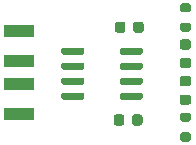
<source format=gbr>
%TF.GenerationSoftware,KiCad,Pcbnew,(5.1.10)-1*%
%TF.CreationDate,2021-10-08T00:02:28+08:00*%
%TF.ProjectId,Usb-ttl,5573622d-7474-46c2-9e6b-696361645f70,rev?*%
%TF.SameCoordinates,Original*%
%TF.FileFunction,Paste,Top*%
%TF.FilePolarity,Positive*%
%FSLAX46Y46*%
G04 Gerber Fmt 4.6, Leading zero omitted, Abs format (unit mm)*
G04 Created by KiCad (PCBNEW (5.1.10)-1) date 2021-10-08 00:02:28*
%MOMM*%
%LPD*%
G01*
G04 APERTURE LIST*
%ADD10R,2.500000X1.100000*%
G04 APERTURE END LIST*
%TO.C,D2*%
G36*
G01*
X119956250Y-90062500D02*
X119443750Y-90062500D01*
G75*
G02*
X119225000Y-89843750I0J218750D01*
G01*
X119225000Y-89406250D01*
G75*
G02*
X119443750Y-89187500I218750J0D01*
G01*
X119956250Y-89187500D01*
G75*
G02*
X120175000Y-89406250I0J-218750D01*
G01*
X120175000Y-89843750D01*
G75*
G02*
X119956250Y-90062500I-218750J0D01*
G01*
G37*
G36*
G01*
X119956250Y-91637500D02*
X119443750Y-91637500D01*
G75*
G02*
X119225000Y-91418750I0J218750D01*
G01*
X119225000Y-90981250D01*
G75*
G02*
X119443750Y-90762500I218750J0D01*
G01*
X119956250Y-90762500D01*
G75*
G02*
X120175000Y-90981250I0J-218750D01*
G01*
X120175000Y-91418750D01*
G75*
G02*
X119956250Y-91637500I-218750J0D01*
G01*
G37*
%TD*%
%TO.C,D1*%
G36*
G01*
X119443750Y-92300000D02*
X119956250Y-92300000D01*
G75*
G02*
X120175000Y-92518750I0J-218750D01*
G01*
X120175000Y-92956250D01*
G75*
G02*
X119956250Y-93175000I-218750J0D01*
G01*
X119443750Y-93175000D01*
G75*
G02*
X119225000Y-92956250I0J218750D01*
G01*
X119225000Y-92518750D01*
G75*
G02*
X119443750Y-92300000I218750J0D01*
G01*
G37*
G36*
G01*
X119443750Y-93875000D02*
X119956250Y-93875000D01*
G75*
G02*
X120175000Y-94093750I0J-218750D01*
G01*
X120175000Y-94531250D01*
G75*
G02*
X119956250Y-94750000I-218750J0D01*
G01*
X119443750Y-94750000D01*
G75*
G02*
X119225000Y-94531250I0J218750D01*
G01*
X119225000Y-94093750D01*
G75*
G02*
X119443750Y-93875000I218750J0D01*
G01*
G37*
%TD*%
%TO.C,U1*%
G36*
G01*
X109200000Y-90345000D02*
X109200000Y-90045000D01*
G75*
G02*
X109350000Y-89895000I150000J0D01*
G01*
X111000000Y-89895000D01*
G75*
G02*
X111150000Y-90045000I0J-150000D01*
G01*
X111150000Y-90345000D01*
G75*
G02*
X111000000Y-90495000I-150000J0D01*
G01*
X109350000Y-90495000D01*
G75*
G02*
X109200000Y-90345000I0J150000D01*
G01*
G37*
G36*
G01*
X109200000Y-91615000D02*
X109200000Y-91315000D01*
G75*
G02*
X109350000Y-91165000I150000J0D01*
G01*
X111000000Y-91165000D01*
G75*
G02*
X111150000Y-91315000I0J-150000D01*
G01*
X111150000Y-91615000D01*
G75*
G02*
X111000000Y-91765000I-150000J0D01*
G01*
X109350000Y-91765000D01*
G75*
G02*
X109200000Y-91615000I0J150000D01*
G01*
G37*
G36*
G01*
X109200000Y-92885000D02*
X109200000Y-92585000D01*
G75*
G02*
X109350000Y-92435000I150000J0D01*
G01*
X111000000Y-92435000D01*
G75*
G02*
X111150000Y-92585000I0J-150000D01*
G01*
X111150000Y-92885000D01*
G75*
G02*
X111000000Y-93035000I-150000J0D01*
G01*
X109350000Y-93035000D01*
G75*
G02*
X109200000Y-92885000I0J150000D01*
G01*
G37*
G36*
G01*
X109200000Y-94155000D02*
X109200000Y-93855000D01*
G75*
G02*
X109350000Y-93705000I150000J0D01*
G01*
X111000000Y-93705000D01*
G75*
G02*
X111150000Y-93855000I0J-150000D01*
G01*
X111150000Y-94155000D01*
G75*
G02*
X111000000Y-94305000I-150000J0D01*
G01*
X109350000Y-94305000D01*
G75*
G02*
X109200000Y-94155000I0J150000D01*
G01*
G37*
G36*
G01*
X114150000Y-94155000D02*
X114150000Y-93855000D01*
G75*
G02*
X114300000Y-93705000I150000J0D01*
G01*
X115950000Y-93705000D01*
G75*
G02*
X116100000Y-93855000I0J-150000D01*
G01*
X116100000Y-94155000D01*
G75*
G02*
X115950000Y-94305000I-150000J0D01*
G01*
X114300000Y-94305000D01*
G75*
G02*
X114150000Y-94155000I0J150000D01*
G01*
G37*
G36*
G01*
X114150000Y-92885000D02*
X114150000Y-92585000D01*
G75*
G02*
X114300000Y-92435000I150000J0D01*
G01*
X115950000Y-92435000D01*
G75*
G02*
X116100000Y-92585000I0J-150000D01*
G01*
X116100000Y-92885000D01*
G75*
G02*
X115950000Y-93035000I-150000J0D01*
G01*
X114300000Y-93035000D01*
G75*
G02*
X114150000Y-92885000I0J150000D01*
G01*
G37*
G36*
G01*
X114150000Y-91615000D02*
X114150000Y-91315000D01*
G75*
G02*
X114300000Y-91165000I150000J0D01*
G01*
X115950000Y-91165000D01*
G75*
G02*
X116100000Y-91315000I0J-150000D01*
G01*
X116100000Y-91615000D01*
G75*
G02*
X115950000Y-91765000I-150000J0D01*
G01*
X114300000Y-91765000D01*
G75*
G02*
X114150000Y-91615000I0J150000D01*
G01*
G37*
G36*
G01*
X114150000Y-90345000D02*
X114150000Y-90045000D01*
G75*
G02*
X114300000Y-89895000I150000J0D01*
G01*
X115950000Y-89895000D01*
G75*
G02*
X116100000Y-90045000I0J-150000D01*
G01*
X116100000Y-90345000D01*
G75*
G02*
X115950000Y-90495000I-150000J0D01*
G01*
X114300000Y-90495000D01*
G75*
G02*
X114150000Y-90345000I0J150000D01*
G01*
G37*
%TD*%
%TO.C,R2*%
G36*
G01*
X119450000Y-87775000D02*
X120000000Y-87775000D01*
G75*
G02*
X120200000Y-87975000I0J-200000D01*
G01*
X120200000Y-88375000D01*
G75*
G02*
X120000000Y-88575000I-200000J0D01*
G01*
X119450000Y-88575000D01*
G75*
G02*
X119250000Y-88375000I0J200000D01*
G01*
X119250000Y-87975000D01*
G75*
G02*
X119450000Y-87775000I200000J0D01*
G01*
G37*
G36*
G01*
X119450000Y-86125000D02*
X120000000Y-86125000D01*
G75*
G02*
X120200000Y-86325000I0J-200000D01*
G01*
X120200000Y-86725000D01*
G75*
G02*
X120000000Y-86925000I-200000J0D01*
G01*
X119450000Y-86925000D01*
G75*
G02*
X119250000Y-86725000I0J200000D01*
G01*
X119250000Y-86325000D01*
G75*
G02*
X119450000Y-86125000I200000J0D01*
G01*
G37*
%TD*%
%TO.C,R1*%
G36*
G01*
X119975000Y-96200000D02*
X119425000Y-96200000D01*
G75*
G02*
X119225000Y-96000000I0J200000D01*
G01*
X119225000Y-95600000D01*
G75*
G02*
X119425000Y-95400000I200000J0D01*
G01*
X119975000Y-95400000D01*
G75*
G02*
X120175000Y-95600000I0J-200000D01*
G01*
X120175000Y-96000000D01*
G75*
G02*
X119975000Y-96200000I-200000J0D01*
G01*
G37*
G36*
G01*
X119975000Y-97850000D02*
X119425000Y-97850000D01*
G75*
G02*
X119225000Y-97650000I0J200000D01*
G01*
X119225000Y-97250000D01*
G75*
G02*
X119425000Y-97050000I200000J0D01*
G01*
X119975000Y-97050000D01*
G75*
G02*
X120175000Y-97250000I0J-200000D01*
G01*
X120175000Y-97650000D01*
G75*
G02*
X119975000Y-97850000I-200000J0D01*
G01*
G37*
%TD*%
D10*
%TO.C,J1*%
X105650000Y-93000000D03*
X105650000Y-91000000D03*
X105650000Y-95500000D03*
X105650000Y-88500000D03*
%TD*%
%TO.C,C2*%
G36*
G01*
X114625000Y-87925000D02*
X114625000Y-88425000D01*
G75*
G02*
X114400000Y-88650000I-225000J0D01*
G01*
X113950000Y-88650000D01*
G75*
G02*
X113725000Y-88425000I0J225000D01*
G01*
X113725000Y-87925000D01*
G75*
G02*
X113950000Y-87700000I225000J0D01*
G01*
X114400000Y-87700000D01*
G75*
G02*
X114625000Y-87925000I0J-225000D01*
G01*
G37*
G36*
G01*
X116175000Y-87925000D02*
X116175000Y-88425000D01*
G75*
G02*
X115950000Y-88650000I-225000J0D01*
G01*
X115500000Y-88650000D01*
G75*
G02*
X115275000Y-88425000I0J225000D01*
G01*
X115275000Y-87925000D01*
G75*
G02*
X115500000Y-87700000I225000J0D01*
G01*
X115950000Y-87700000D01*
G75*
G02*
X116175000Y-87925000I0J-225000D01*
G01*
G37*
%TD*%
%TO.C,C1*%
G36*
G01*
X114525000Y-95775000D02*
X114525000Y-96275000D01*
G75*
G02*
X114300000Y-96500000I-225000J0D01*
G01*
X113850000Y-96500000D01*
G75*
G02*
X113625000Y-96275000I0J225000D01*
G01*
X113625000Y-95775000D01*
G75*
G02*
X113850000Y-95550000I225000J0D01*
G01*
X114300000Y-95550000D01*
G75*
G02*
X114525000Y-95775000I0J-225000D01*
G01*
G37*
G36*
G01*
X116075000Y-95775000D02*
X116075000Y-96275000D01*
G75*
G02*
X115850000Y-96500000I-225000J0D01*
G01*
X115400000Y-96500000D01*
G75*
G02*
X115175000Y-96275000I0J225000D01*
G01*
X115175000Y-95775000D01*
G75*
G02*
X115400000Y-95550000I225000J0D01*
G01*
X115850000Y-95550000D01*
G75*
G02*
X116075000Y-95775000I0J-225000D01*
G01*
G37*
%TD*%
M02*

</source>
